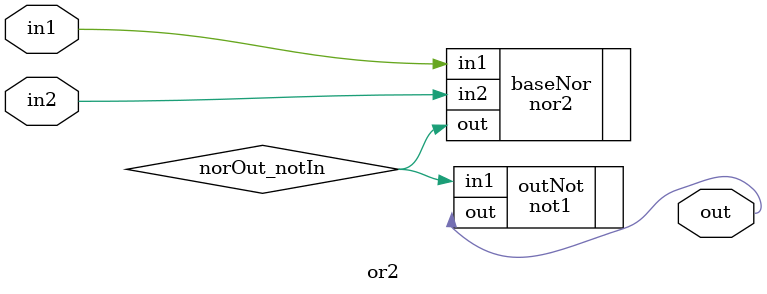
<source format=v>
/*
    CS/ECE 552 Spring '22
    Homework #1, Problem 2

    2 input OR built out of required gates
*/
module or2 (in1,in2,out);
    input   in1, in2;
    output  out;

    wire    norOut_notIn;

    // one way to create a 2-input OR out of NORs and NOTs is
    // to have a 2-input NOR followed by a NOT
    nor2 baseNor (// OUTPUT
		  .out(norOut_notIn),
		  // INPUT
		  .in1(in1),
		  .in2(in2)
		  );

   // now not the output of the NOR to create our 2-input OR
   not1 outNot (// OUTPUT
		.out(out),
		// INPUT
		.in1(norOut_notIn)
		);

endmodule

</source>
